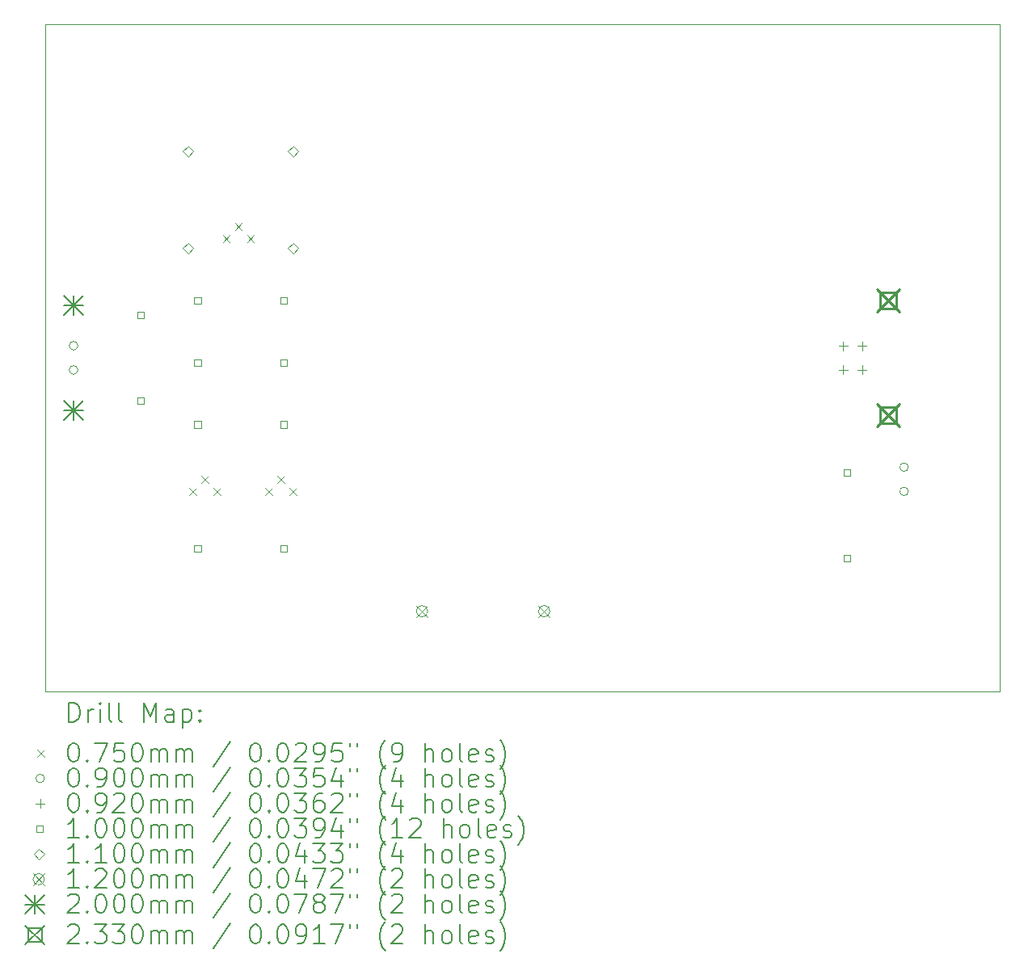
<source format=gbr>
%TF.GenerationSoftware,KiCad,Pcbnew,(6.0.7)*%
%TF.CreationDate,2023-10-27T20:15:15+01:00*%
%TF.ProjectId,slide_tester,736c6964-655f-4746-9573-7465722e6b69,rev?*%
%TF.SameCoordinates,Original*%
%TF.FileFunction,Drillmap*%
%TF.FilePolarity,Positive*%
%FSLAX45Y45*%
G04 Gerber Fmt 4.5, Leading zero omitted, Abs format (unit mm)*
G04 Created by KiCad (PCBNEW (6.0.7)) date 2023-10-27 20:15:15*
%MOMM*%
%LPD*%
G01*
G04 APERTURE LIST*
%ADD10C,0.100000*%
%ADD11C,0.200000*%
%ADD12C,0.075000*%
%ADD13C,0.090000*%
%ADD14C,0.092000*%
%ADD15C,0.110000*%
%ADD16C,0.120000*%
%ADD17C,0.233000*%
G04 APERTURE END LIST*
D10*
X20000000Y-12000000D02*
X10000000Y-12000000D01*
X10000000Y-5000000D01*
X20000000Y-5000000D01*
X20000000Y-12000000D01*
D11*
D12*
X11508500Y-9862500D02*
X11583500Y-9937500D01*
X11583500Y-9862500D02*
X11508500Y-9937500D01*
X11635500Y-9735500D02*
X11710500Y-9810500D01*
X11710500Y-9735500D02*
X11635500Y-9810500D01*
X11762500Y-9862500D02*
X11837500Y-9937500D01*
X11837500Y-9862500D02*
X11762500Y-9937500D01*
X11862500Y-7212500D02*
X11937500Y-7287500D01*
X11937500Y-7212500D02*
X11862500Y-7287500D01*
X11989500Y-7085500D02*
X12064500Y-7160500D01*
X12064500Y-7085500D02*
X11989500Y-7160500D01*
X12116500Y-7212500D02*
X12191500Y-7287500D01*
X12191500Y-7212500D02*
X12116500Y-7287500D01*
X12308500Y-9862500D02*
X12383500Y-9937500D01*
X12383500Y-9862500D02*
X12308500Y-9937500D01*
X12435500Y-9735500D02*
X12510500Y-9810500D01*
X12510500Y-9735500D02*
X12435500Y-9810500D01*
X12562500Y-9862500D02*
X12637500Y-9937500D01*
X12637500Y-9862500D02*
X12562500Y-9937500D01*
D13*
X10345000Y-8372500D02*
G75*
G03*
X10345000Y-8372500I-45000J0D01*
G01*
X10345000Y-8626500D02*
G75*
G03*
X10345000Y-8626500I-45000J0D01*
G01*
X19045000Y-9646000D02*
G75*
G03*
X19045000Y-9646000I-45000J0D01*
G01*
X19045000Y-9900000D02*
G75*
G03*
X19045000Y-9900000I-45000J0D01*
G01*
D14*
X18362000Y-8329000D02*
X18362000Y-8421000D01*
X18316000Y-8375000D02*
X18408000Y-8375000D01*
X18362000Y-8579000D02*
X18362000Y-8671000D01*
X18316000Y-8625000D02*
X18408000Y-8625000D01*
X18562000Y-8329000D02*
X18562000Y-8421000D01*
X18516000Y-8375000D02*
X18608000Y-8375000D01*
X18562000Y-8579000D02*
X18562000Y-8671000D01*
X18516000Y-8625000D02*
X18608000Y-8625000D01*
D10*
X11035356Y-8085356D02*
X11035356Y-8014644D01*
X10964644Y-8014644D01*
X10964644Y-8085356D01*
X11035356Y-8085356D01*
X11035356Y-8985356D02*
X11035356Y-8914644D01*
X10964644Y-8914644D01*
X10964644Y-8985356D01*
X11035356Y-8985356D01*
X11635356Y-7935356D02*
X11635356Y-7864644D01*
X11564644Y-7864644D01*
X11564644Y-7935356D01*
X11635356Y-7935356D01*
X11635356Y-8585356D02*
X11635356Y-8514644D01*
X11564644Y-8514644D01*
X11564644Y-8585356D01*
X11635356Y-8585356D01*
X11635356Y-9235356D02*
X11635356Y-9164644D01*
X11564644Y-9164644D01*
X11564644Y-9235356D01*
X11635356Y-9235356D01*
X11635356Y-10535356D02*
X11635356Y-10464644D01*
X11564644Y-10464644D01*
X11564644Y-10535356D01*
X11635356Y-10535356D01*
X12535356Y-7935356D02*
X12535356Y-7864644D01*
X12464644Y-7864644D01*
X12464644Y-7935356D01*
X12535356Y-7935356D01*
X12535356Y-8585356D02*
X12535356Y-8514644D01*
X12464644Y-8514644D01*
X12464644Y-8585356D01*
X12535356Y-8585356D01*
X12535356Y-9235356D02*
X12535356Y-9164644D01*
X12464644Y-9164644D01*
X12464644Y-9235356D01*
X12535356Y-9235356D01*
X12535356Y-10535356D02*
X12535356Y-10464644D01*
X12464644Y-10464644D01*
X12464644Y-10535356D01*
X12535356Y-10535356D01*
X18435356Y-9735356D02*
X18435356Y-9664644D01*
X18364644Y-9664644D01*
X18364644Y-9735356D01*
X18435356Y-9735356D01*
X18435356Y-10635356D02*
X18435356Y-10564644D01*
X18364644Y-10564644D01*
X18364644Y-10635356D01*
X18435356Y-10635356D01*
D15*
X11500000Y-6389000D02*
X11555000Y-6334000D01*
X11500000Y-6279000D01*
X11445000Y-6334000D01*
X11500000Y-6389000D01*
X11500000Y-7405000D02*
X11555000Y-7350000D01*
X11500000Y-7295000D01*
X11445000Y-7350000D01*
X11500000Y-7405000D01*
X12600000Y-6389000D02*
X12655000Y-6334000D01*
X12600000Y-6279000D01*
X12545000Y-6334000D01*
X12600000Y-6389000D01*
X12600000Y-7405000D02*
X12655000Y-7350000D01*
X12600000Y-7295000D01*
X12545000Y-7350000D01*
X12600000Y-7405000D01*
D16*
X13890000Y-11095750D02*
X14010000Y-11215750D01*
X14010000Y-11095750D02*
X13890000Y-11215750D01*
X14010000Y-11155750D02*
G75*
G03*
X14010000Y-11155750I-60000J0D01*
G01*
X15170000Y-11095750D02*
X15290000Y-11215750D01*
X15290000Y-11095750D02*
X15170000Y-11215750D01*
X15290000Y-11155750D02*
G75*
G03*
X15290000Y-11155750I-60000J0D01*
G01*
D11*
X10200000Y-7850000D02*
X10400000Y-8050000D01*
X10400000Y-7850000D02*
X10200000Y-8050000D01*
X10300000Y-7850000D02*
X10300000Y-8050000D01*
X10200000Y-7950000D02*
X10400000Y-7950000D01*
X10200000Y-8950000D02*
X10400000Y-9150000D01*
X10400000Y-8950000D02*
X10200000Y-9150000D01*
X10300000Y-8950000D02*
X10300000Y-9150000D01*
X10200000Y-9050000D02*
X10400000Y-9050000D01*
D17*
X18716500Y-7781500D02*
X18949500Y-8014500D01*
X18949500Y-7781500D02*
X18716500Y-8014500D01*
X18915379Y-7980379D02*
X18915379Y-7815621D01*
X18750621Y-7815621D01*
X18750621Y-7980379D01*
X18915379Y-7980379D01*
X18716500Y-8985500D02*
X18949500Y-9218500D01*
X18949500Y-8985500D02*
X18716500Y-9218500D01*
X18915379Y-9184379D02*
X18915379Y-9019621D01*
X18750621Y-9019621D01*
X18750621Y-9184379D01*
X18915379Y-9184379D01*
D11*
X10252619Y-12315476D02*
X10252619Y-12115476D01*
X10300238Y-12115476D01*
X10328810Y-12125000D01*
X10347857Y-12144048D01*
X10357381Y-12163095D01*
X10366905Y-12201190D01*
X10366905Y-12229762D01*
X10357381Y-12267857D01*
X10347857Y-12286905D01*
X10328810Y-12305952D01*
X10300238Y-12315476D01*
X10252619Y-12315476D01*
X10452619Y-12315476D02*
X10452619Y-12182143D01*
X10452619Y-12220238D02*
X10462143Y-12201190D01*
X10471667Y-12191667D01*
X10490714Y-12182143D01*
X10509762Y-12182143D01*
X10576429Y-12315476D02*
X10576429Y-12182143D01*
X10576429Y-12115476D02*
X10566905Y-12125000D01*
X10576429Y-12134524D01*
X10585952Y-12125000D01*
X10576429Y-12115476D01*
X10576429Y-12134524D01*
X10700238Y-12315476D02*
X10681190Y-12305952D01*
X10671667Y-12286905D01*
X10671667Y-12115476D01*
X10805000Y-12315476D02*
X10785952Y-12305952D01*
X10776429Y-12286905D01*
X10776429Y-12115476D01*
X11033571Y-12315476D02*
X11033571Y-12115476D01*
X11100238Y-12258333D01*
X11166905Y-12115476D01*
X11166905Y-12315476D01*
X11347857Y-12315476D02*
X11347857Y-12210714D01*
X11338333Y-12191667D01*
X11319286Y-12182143D01*
X11281190Y-12182143D01*
X11262143Y-12191667D01*
X11347857Y-12305952D02*
X11328809Y-12315476D01*
X11281190Y-12315476D01*
X11262143Y-12305952D01*
X11252619Y-12286905D01*
X11252619Y-12267857D01*
X11262143Y-12248809D01*
X11281190Y-12239286D01*
X11328809Y-12239286D01*
X11347857Y-12229762D01*
X11443095Y-12182143D02*
X11443095Y-12382143D01*
X11443095Y-12191667D02*
X11462143Y-12182143D01*
X11500238Y-12182143D01*
X11519286Y-12191667D01*
X11528809Y-12201190D01*
X11538333Y-12220238D01*
X11538333Y-12277381D01*
X11528809Y-12296428D01*
X11519286Y-12305952D01*
X11500238Y-12315476D01*
X11462143Y-12315476D01*
X11443095Y-12305952D01*
X11624048Y-12296428D02*
X11633571Y-12305952D01*
X11624048Y-12315476D01*
X11614524Y-12305952D01*
X11624048Y-12296428D01*
X11624048Y-12315476D01*
X11624048Y-12191667D02*
X11633571Y-12201190D01*
X11624048Y-12210714D01*
X11614524Y-12201190D01*
X11624048Y-12191667D01*
X11624048Y-12210714D01*
D12*
X9920000Y-12607500D02*
X9995000Y-12682500D01*
X9995000Y-12607500D02*
X9920000Y-12682500D01*
D11*
X10290714Y-12535476D02*
X10309762Y-12535476D01*
X10328810Y-12545000D01*
X10338333Y-12554524D01*
X10347857Y-12573571D01*
X10357381Y-12611667D01*
X10357381Y-12659286D01*
X10347857Y-12697381D01*
X10338333Y-12716428D01*
X10328810Y-12725952D01*
X10309762Y-12735476D01*
X10290714Y-12735476D01*
X10271667Y-12725952D01*
X10262143Y-12716428D01*
X10252619Y-12697381D01*
X10243095Y-12659286D01*
X10243095Y-12611667D01*
X10252619Y-12573571D01*
X10262143Y-12554524D01*
X10271667Y-12545000D01*
X10290714Y-12535476D01*
X10443095Y-12716428D02*
X10452619Y-12725952D01*
X10443095Y-12735476D01*
X10433571Y-12725952D01*
X10443095Y-12716428D01*
X10443095Y-12735476D01*
X10519286Y-12535476D02*
X10652619Y-12535476D01*
X10566905Y-12735476D01*
X10824048Y-12535476D02*
X10728810Y-12535476D01*
X10719286Y-12630714D01*
X10728810Y-12621190D01*
X10747857Y-12611667D01*
X10795476Y-12611667D01*
X10814524Y-12621190D01*
X10824048Y-12630714D01*
X10833571Y-12649762D01*
X10833571Y-12697381D01*
X10824048Y-12716428D01*
X10814524Y-12725952D01*
X10795476Y-12735476D01*
X10747857Y-12735476D01*
X10728810Y-12725952D01*
X10719286Y-12716428D01*
X10957381Y-12535476D02*
X10976429Y-12535476D01*
X10995476Y-12545000D01*
X11005000Y-12554524D01*
X11014524Y-12573571D01*
X11024048Y-12611667D01*
X11024048Y-12659286D01*
X11014524Y-12697381D01*
X11005000Y-12716428D01*
X10995476Y-12725952D01*
X10976429Y-12735476D01*
X10957381Y-12735476D01*
X10938333Y-12725952D01*
X10928810Y-12716428D01*
X10919286Y-12697381D01*
X10909762Y-12659286D01*
X10909762Y-12611667D01*
X10919286Y-12573571D01*
X10928810Y-12554524D01*
X10938333Y-12545000D01*
X10957381Y-12535476D01*
X11109762Y-12735476D02*
X11109762Y-12602143D01*
X11109762Y-12621190D02*
X11119286Y-12611667D01*
X11138333Y-12602143D01*
X11166905Y-12602143D01*
X11185952Y-12611667D01*
X11195476Y-12630714D01*
X11195476Y-12735476D01*
X11195476Y-12630714D02*
X11205000Y-12611667D01*
X11224048Y-12602143D01*
X11252619Y-12602143D01*
X11271667Y-12611667D01*
X11281190Y-12630714D01*
X11281190Y-12735476D01*
X11376428Y-12735476D02*
X11376428Y-12602143D01*
X11376428Y-12621190D02*
X11385952Y-12611667D01*
X11405000Y-12602143D01*
X11433571Y-12602143D01*
X11452619Y-12611667D01*
X11462143Y-12630714D01*
X11462143Y-12735476D01*
X11462143Y-12630714D02*
X11471667Y-12611667D01*
X11490714Y-12602143D01*
X11519286Y-12602143D01*
X11538333Y-12611667D01*
X11547857Y-12630714D01*
X11547857Y-12735476D01*
X11938333Y-12525952D02*
X11766905Y-12783095D01*
X12195476Y-12535476D02*
X12214524Y-12535476D01*
X12233571Y-12545000D01*
X12243095Y-12554524D01*
X12252619Y-12573571D01*
X12262143Y-12611667D01*
X12262143Y-12659286D01*
X12252619Y-12697381D01*
X12243095Y-12716428D01*
X12233571Y-12725952D01*
X12214524Y-12735476D01*
X12195476Y-12735476D01*
X12176428Y-12725952D01*
X12166905Y-12716428D01*
X12157381Y-12697381D01*
X12147857Y-12659286D01*
X12147857Y-12611667D01*
X12157381Y-12573571D01*
X12166905Y-12554524D01*
X12176428Y-12545000D01*
X12195476Y-12535476D01*
X12347857Y-12716428D02*
X12357381Y-12725952D01*
X12347857Y-12735476D01*
X12338333Y-12725952D01*
X12347857Y-12716428D01*
X12347857Y-12735476D01*
X12481190Y-12535476D02*
X12500238Y-12535476D01*
X12519286Y-12545000D01*
X12528809Y-12554524D01*
X12538333Y-12573571D01*
X12547857Y-12611667D01*
X12547857Y-12659286D01*
X12538333Y-12697381D01*
X12528809Y-12716428D01*
X12519286Y-12725952D01*
X12500238Y-12735476D01*
X12481190Y-12735476D01*
X12462143Y-12725952D01*
X12452619Y-12716428D01*
X12443095Y-12697381D01*
X12433571Y-12659286D01*
X12433571Y-12611667D01*
X12443095Y-12573571D01*
X12452619Y-12554524D01*
X12462143Y-12545000D01*
X12481190Y-12535476D01*
X12624048Y-12554524D02*
X12633571Y-12545000D01*
X12652619Y-12535476D01*
X12700238Y-12535476D01*
X12719286Y-12545000D01*
X12728809Y-12554524D01*
X12738333Y-12573571D01*
X12738333Y-12592619D01*
X12728809Y-12621190D01*
X12614524Y-12735476D01*
X12738333Y-12735476D01*
X12833571Y-12735476D02*
X12871667Y-12735476D01*
X12890714Y-12725952D01*
X12900238Y-12716428D01*
X12919286Y-12687857D01*
X12928809Y-12649762D01*
X12928809Y-12573571D01*
X12919286Y-12554524D01*
X12909762Y-12545000D01*
X12890714Y-12535476D01*
X12852619Y-12535476D01*
X12833571Y-12545000D01*
X12824048Y-12554524D01*
X12814524Y-12573571D01*
X12814524Y-12621190D01*
X12824048Y-12640238D01*
X12833571Y-12649762D01*
X12852619Y-12659286D01*
X12890714Y-12659286D01*
X12909762Y-12649762D01*
X12919286Y-12640238D01*
X12928809Y-12621190D01*
X13109762Y-12535476D02*
X13014524Y-12535476D01*
X13005000Y-12630714D01*
X13014524Y-12621190D01*
X13033571Y-12611667D01*
X13081190Y-12611667D01*
X13100238Y-12621190D01*
X13109762Y-12630714D01*
X13119286Y-12649762D01*
X13119286Y-12697381D01*
X13109762Y-12716428D01*
X13100238Y-12725952D01*
X13081190Y-12735476D01*
X13033571Y-12735476D01*
X13014524Y-12725952D01*
X13005000Y-12716428D01*
X13195476Y-12535476D02*
X13195476Y-12573571D01*
X13271667Y-12535476D02*
X13271667Y-12573571D01*
X13566905Y-12811667D02*
X13557381Y-12802143D01*
X13538333Y-12773571D01*
X13528809Y-12754524D01*
X13519286Y-12725952D01*
X13509762Y-12678333D01*
X13509762Y-12640238D01*
X13519286Y-12592619D01*
X13528809Y-12564048D01*
X13538333Y-12545000D01*
X13557381Y-12516428D01*
X13566905Y-12506905D01*
X13652619Y-12735476D02*
X13690714Y-12735476D01*
X13709762Y-12725952D01*
X13719286Y-12716428D01*
X13738333Y-12687857D01*
X13747857Y-12649762D01*
X13747857Y-12573571D01*
X13738333Y-12554524D01*
X13728809Y-12545000D01*
X13709762Y-12535476D01*
X13671667Y-12535476D01*
X13652619Y-12545000D01*
X13643095Y-12554524D01*
X13633571Y-12573571D01*
X13633571Y-12621190D01*
X13643095Y-12640238D01*
X13652619Y-12649762D01*
X13671667Y-12659286D01*
X13709762Y-12659286D01*
X13728809Y-12649762D01*
X13738333Y-12640238D01*
X13747857Y-12621190D01*
X13985952Y-12735476D02*
X13985952Y-12535476D01*
X14071667Y-12735476D02*
X14071667Y-12630714D01*
X14062143Y-12611667D01*
X14043095Y-12602143D01*
X14014524Y-12602143D01*
X13995476Y-12611667D01*
X13985952Y-12621190D01*
X14195476Y-12735476D02*
X14176428Y-12725952D01*
X14166905Y-12716428D01*
X14157381Y-12697381D01*
X14157381Y-12640238D01*
X14166905Y-12621190D01*
X14176428Y-12611667D01*
X14195476Y-12602143D01*
X14224048Y-12602143D01*
X14243095Y-12611667D01*
X14252619Y-12621190D01*
X14262143Y-12640238D01*
X14262143Y-12697381D01*
X14252619Y-12716428D01*
X14243095Y-12725952D01*
X14224048Y-12735476D01*
X14195476Y-12735476D01*
X14376428Y-12735476D02*
X14357381Y-12725952D01*
X14347857Y-12706905D01*
X14347857Y-12535476D01*
X14528809Y-12725952D02*
X14509762Y-12735476D01*
X14471667Y-12735476D01*
X14452619Y-12725952D01*
X14443095Y-12706905D01*
X14443095Y-12630714D01*
X14452619Y-12611667D01*
X14471667Y-12602143D01*
X14509762Y-12602143D01*
X14528809Y-12611667D01*
X14538333Y-12630714D01*
X14538333Y-12649762D01*
X14443095Y-12668809D01*
X14614524Y-12725952D02*
X14633571Y-12735476D01*
X14671667Y-12735476D01*
X14690714Y-12725952D01*
X14700238Y-12706905D01*
X14700238Y-12697381D01*
X14690714Y-12678333D01*
X14671667Y-12668809D01*
X14643095Y-12668809D01*
X14624048Y-12659286D01*
X14614524Y-12640238D01*
X14614524Y-12630714D01*
X14624048Y-12611667D01*
X14643095Y-12602143D01*
X14671667Y-12602143D01*
X14690714Y-12611667D01*
X14766905Y-12811667D02*
X14776428Y-12802143D01*
X14795476Y-12773571D01*
X14805000Y-12754524D01*
X14814524Y-12725952D01*
X14824048Y-12678333D01*
X14824048Y-12640238D01*
X14814524Y-12592619D01*
X14805000Y-12564048D01*
X14795476Y-12545000D01*
X14776428Y-12516428D01*
X14766905Y-12506905D01*
D13*
X9995000Y-12909000D02*
G75*
G03*
X9995000Y-12909000I-45000J0D01*
G01*
D11*
X10290714Y-12799476D02*
X10309762Y-12799476D01*
X10328810Y-12809000D01*
X10338333Y-12818524D01*
X10347857Y-12837571D01*
X10357381Y-12875667D01*
X10357381Y-12923286D01*
X10347857Y-12961381D01*
X10338333Y-12980428D01*
X10328810Y-12989952D01*
X10309762Y-12999476D01*
X10290714Y-12999476D01*
X10271667Y-12989952D01*
X10262143Y-12980428D01*
X10252619Y-12961381D01*
X10243095Y-12923286D01*
X10243095Y-12875667D01*
X10252619Y-12837571D01*
X10262143Y-12818524D01*
X10271667Y-12809000D01*
X10290714Y-12799476D01*
X10443095Y-12980428D02*
X10452619Y-12989952D01*
X10443095Y-12999476D01*
X10433571Y-12989952D01*
X10443095Y-12980428D01*
X10443095Y-12999476D01*
X10547857Y-12999476D02*
X10585952Y-12999476D01*
X10605000Y-12989952D01*
X10614524Y-12980428D01*
X10633571Y-12951857D01*
X10643095Y-12913762D01*
X10643095Y-12837571D01*
X10633571Y-12818524D01*
X10624048Y-12809000D01*
X10605000Y-12799476D01*
X10566905Y-12799476D01*
X10547857Y-12809000D01*
X10538333Y-12818524D01*
X10528810Y-12837571D01*
X10528810Y-12885190D01*
X10538333Y-12904238D01*
X10547857Y-12913762D01*
X10566905Y-12923286D01*
X10605000Y-12923286D01*
X10624048Y-12913762D01*
X10633571Y-12904238D01*
X10643095Y-12885190D01*
X10766905Y-12799476D02*
X10785952Y-12799476D01*
X10805000Y-12809000D01*
X10814524Y-12818524D01*
X10824048Y-12837571D01*
X10833571Y-12875667D01*
X10833571Y-12923286D01*
X10824048Y-12961381D01*
X10814524Y-12980428D01*
X10805000Y-12989952D01*
X10785952Y-12999476D01*
X10766905Y-12999476D01*
X10747857Y-12989952D01*
X10738333Y-12980428D01*
X10728810Y-12961381D01*
X10719286Y-12923286D01*
X10719286Y-12875667D01*
X10728810Y-12837571D01*
X10738333Y-12818524D01*
X10747857Y-12809000D01*
X10766905Y-12799476D01*
X10957381Y-12799476D02*
X10976429Y-12799476D01*
X10995476Y-12809000D01*
X11005000Y-12818524D01*
X11014524Y-12837571D01*
X11024048Y-12875667D01*
X11024048Y-12923286D01*
X11014524Y-12961381D01*
X11005000Y-12980428D01*
X10995476Y-12989952D01*
X10976429Y-12999476D01*
X10957381Y-12999476D01*
X10938333Y-12989952D01*
X10928810Y-12980428D01*
X10919286Y-12961381D01*
X10909762Y-12923286D01*
X10909762Y-12875667D01*
X10919286Y-12837571D01*
X10928810Y-12818524D01*
X10938333Y-12809000D01*
X10957381Y-12799476D01*
X11109762Y-12999476D02*
X11109762Y-12866143D01*
X11109762Y-12885190D02*
X11119286Y-12875667D01*
X11138333Y-12866143D01*
X11166905Y-12866143D01*
X11185952Y-12875667D01*
X11195476Y-12894714D01*
X11195476Y-12999476D01*
X11195476Y-12894714D02*
X11205000Y-12875667D01*
X11224048Y-12866143D01*
X11252619Y-12866143D01*
X11271667Y-12875667D01*
X11281190Y-12894714D01*
X11281190Y-12999476D01*
X11376428Y-12999476D02*
X11376428Y-12866143D01*
X11376428Y-12885190D02*
X11385952Y-12875667D01*
X11405000Y-12866143D01*
X11433571Y-12866143D01*
X11452619Y-12875667D01*
X11462143Y-12894714D01*
X11462143Y-12999476D01*
X11462143Y-12894714D02*
X11471667Y-12875667D01*
X11490714Y-12866143D01*
X11519286Y-12866143D01*
X11538333Y-12875667D01*
X11547857Y-12894714D01*
X11547857Y-12999476D01*
X11938333Y-12789952D02*
X11766905Y-13047095D01*
X12195476Y-12799476D02*
X12214524Y-12799476D01*
X12233571Y-12809000D01*
X12243095Y-12818524D01*
X12252619Y-12837571D01*
X12262143Y-12875667D01*
X12262143Y-12923286D01*
X12252619Y-12961381D01*
X12243095Y-12980428D01*
X12233571Y-12989952D01*
X12214524Y-12999476D01*
X12195476Y-12999476D01*
X12176428Y-12989952D01*
X12166905Y-12980428D01*
X12157381Y-12961381D01*
X12147857Y-12923286D01*
X12147857Y-12875667D01*
X12157381Y-12837571D01*
X12166905Y-12818524D01*
X12176428Y-12809000D01*
X12195476Y-12799476D01*
X12347857Y-12980428D02*
X12357381Y-12989952D01*
X12347857Y-12999476D01*
X12338333Y-12989952D01*
X12347857Y-12980428D01*
X12347857Y-12999476D01*
X12481190Y-12799476D02*
X12500238Y-12799476D01*
X12519286Y-12809000D01*
X12528809Y-12818524D01*
X12538333Y-12837571D01*
X12547857Y-12875667D01*
X12547857Y-12923286D01*
X12538333Y-12961381D01*
X12528809Y-12980428D01*
X12519286Y-12989952D01*
X12500238Y-12999476D01*
X12481190Y-12999476D01*
X12462143Y-12989952D01*
X12452619Y-12980428D01*
X12443095Y-12961381D01*
X12433571Y-12923286D01*
X12433571Y-12875667D01*
X12443095Y-12837571D01*
X12452619Y-12818524D01*
X12462143Y-12809000D01*
X12481190Y-12799476D01*
X12614524Y-12799476D02*
X12738333Y-12799476D01*
X12671667Y-12875667D01*
X12700238Y-12875667D01*
X12719286Y-12885190D01*
X12728809Y-12894714D01*
X12738333Y-12913762D01*
X12738333Y-12961381D01*
X12728809Y-12980428D01*
X12719286Y-12989952D01*
X12700238Y-12999476D01*
X12643095Y-12999476D01*
X12624048Y-12989952D01*
X12614524Y-12980428D01*
X12919286Y-12799476D02*
X12824048Y-12799476D01*
X12814524Y-12894714D01*
X12824048Y-12885190D01*
X12843095Y-12875667D01*
X12890714Y-12875667D01*
X12909762Y-12885190D01*
X12919286Y-12894714D01*
X12928809Y-12913762D01*
X12928809Y-12961381D01*
X12919286Y-12980428D01*
X12909762Y-12989952D01*
X12890714Y-12999476D01*
X12843095Y-12999476D01*
X12824048Y-12989952D01*
X12814524Y-12980428D01*
X13100238Y-12866143D02*
X13100238Y-12999476D01*
X13052619Y-12789952D02*
X13005000Y-12932809D01*
X13128809Y-12932809D01*
X13195476Y-12799476D02*
X13195476Y-12837571D01*
X13271667Y-12799476D02*
X13271667Y-12837571D01*
X13566905Y-13075667D02*
X13557381Y-13066143D01*
X13538333Y-13037571D01*
X13528809Y-13018524D01*
X13519286Y-12989952D01*
X13509762Y-12942333D01*
X13509762Y-12904238D01*
X13519286Y-12856619D01*
X13528809Y-12828048D01*
X13538333Y-12809000D01*
X13557381Y-12780428D01*
X13566905Y-12770905D01*
X13728809Y-12866143D02*
X13728809Y-12999476D01*
X13681190Y-12789952D02*
X13633571Y-12932809D01*
X13757381Y-12932809D01*
X13985952Y-12999476D02*
X13985952Y-12799476D01*
X14071667Y-12999476D02*
X14071667Y-12894714D01*
X14062143Y-12875667D01*
X14043095Y-12866143D01*
X14014524Y-12866143D01*
X13995476Y-12875667D01*
X13985952Y-12885190D01*
X14195476Y-12999476D02*
X14176428Y-12989952D01*
X14166905Y-12980428D01*
X14157381Y-12961381D01*
X14157381Y-12904238D01*
X14166905Y-12885190D01*
X14176428Y-12875667D01*
X14195476Y-12866143D01*
X14224048Y-12866143D01*
X14243095Y-12875667D01*
X14252619Y-12885190D01*
X14262143Y-12904238D01*
X14262143Y-12961381D01*
X14252619Y-12980428D01*
X14243095Y-12989952D01*
X14224048Y-12999476D01*
X14195476Y-12999476D01*
X14376428Y-12999476D02*
X14357381Y-12989952D01*
X14347857Y-12970905D01*
X14347857Y-12799476D01*
X14528809Y-12989952D02*
X14509762Y-12999476D01*
X14471667Y-12999476D01*
X14452619Y-12989952D01*
X14443095Y-12970905D01*
X14443095Y-12894714D01*
X14452619Y-12875667D01*
X14471667Y-12866143D01*
X14509762Y-12866143D01*
X14528809Y-12875667D01*
X14538333Y-12894714D01*
X14538333Y-12913762D01*
X14443095Y-12932809D01*
X14614524Y-12989952D02*
X14633571Y-12999476D01*
X14671667Y-12999476D01*
X14690714Y-12989952D01*
X14700238Y-12970905D01*
X14700238Y-12961381D01*
X14690714Y-12942333D01*
X14671667Y-12932809D01*
X14643095Y-12932809D01*
X14624048Y-12923286D01*
X14614524Y-12904238D01*
X14614524Y-12894714D01*
X14624048Y-12875667D01*
X14643095Y-12866143D01*
X14671667Y-12866143D01*
X14690714Y-12875667D01*
X14766905Y-13075667D02*
X14776428Y-13066143D01*
X14795476Y-13037571D01*
X14805000Y-13018524D01*
X14814524Y-12989952D01*
X14824048Y-12942333D01*
X14824048Y-12904238D01*
X14814524Y-12856619D01*
X14805000Y-12828048D01*
X14795476Y-12809000D01*
X14776428Y-12780428D01*
X14766905Y-12770905D01*
D14*
X9949000Y-13127000D02*
X9949000Y-13219000D01*
X9903000Y-13173000D02*
X9995000Y-13173000D01*
D11*
X10290714Y-13063476D02*
X10309762Y-13063476D01*
X10328810Y-13073000D01*
X10338333Y-13082524D01*
X10347857Y-13101571D01*
X10357381Y-13139667D01*
X10357381Y-13187286D01*
X10347857Y-13225381D01*
X10338333Y-13244428D01*
X10328810Y-13253952D01*
X10309762Y-13263476D01*
X10290714Y-13263476D01*
X10271667Y-13253952D01*
X10262143Y-13244428D01*
X10252619Y-13225381D01*
X10243095Y-13187286D01*
X10243095Y-13139667D01*
X10252619Y-13101571D01*
X10262143Y-13082524D01*
X10271667Y-13073000D01*
X10290714Y-13063476D01*
X10443095Y-13244428D02*
X10452619Y-13253952D01*
X10443095Y-13263476D01*
X10433571Y-13253952D01*
X10443095Y-13244428D01*
X10443095Y-13263476D01*
X10547857Y-13263476D02*
X10585952Y-13263476D01*
X10605000Y-13253952D01*
X10614524Y-13244428D01*
X10633571Y-13215857D01*
X10643095Y-13177762D01*
X10643095Y-13101571D01*
X10633571Y-13082524D01*
X10624048Y-13073000D01*
X10605000Y-13063476D01*
X10566905Y-13063476D01*
X10547857Y-13073000D01*
X10538333Y-13082524D01*
X10528810Y-13101571D01*
X10528810Y-13149190D01*
X10538333Y-13168238D01*
X10547857Y-13177762D01*
X10566905Y-13187286D01*
X10605000Y-13187286D01*
X10624048Y-13177762D01*
X10633571Y-13168238D01*
X10643095Y-13149190D01*
X10719286Y-13082524D02*
X10728810Y-13073000D01*
X10747857Y-13063476D01*
X10795476Y-13063476D01*
X10814524Y-13073000D01*
X10824048Y-13082524D01*
X10833571Y-13101571D01*
X10833571Y-13120619D01*
X10824048Y-13149190D01*
X10709762Y-13263476D01*
X10833571Y-13263476D01*
X10957381Y-13063476D02*
X10976429Y-13063476D01*
X10995476Y-13073000D01*
X11005000Y-13082524D01*
X11014524Y-13101571D01*
X11024048Y-13139667D01*
X11024048Y-13187286D01*
X11014524Y-13225381D01*
X11005000Y-13244428D01*
X10995476Y-13253952D01*
X10976429Y-13263476D01*
X10957381Y-13263476D01*
X10938333Y-13253952D01*
X10928810Y-13244428D01*
X10919286Y-13225381D01*
X10909762Y-13187286D01*
X10909762Y-13139667D01*
X10919286Y-13101571D01*
X10928810Y-13082524D01*
X10938333Y-13073000D01*
X10957381Y-13063476D01*
X11109762Y-13263476D02*
X11109762Y-13130143D01*
X11109762Y-13149190D02*
X11119286Y-13139667D01*
X11138333Y-13130143D01*
X11166905Y-13130143D01*
X11185952Y-13139667D01*
X11195476Y-13158714D01*
X11195476Y-13263476D01*
X11195476Y-13158714D02*
X11205000Y-13139667D01*
X11224048Y-13130143D01*
X11252619Y-13130143D01*
X11271667Y-13139667D01*
X11281190Y-13158714D01*
X11281190Y-13263476D01*
X11376428Y-13263476D02*
X11376428Y-13130143D01*
X11376428Y-13149190D02*
X11385952Y-13139667D01*
X11405000Y-13130143D01*
X11433571Y-13130143D01*
X11452619Y-13139667D01*
X11462143Y-13158714D01*
X11462143Y-13263476D01*
X11462143Y-13158714D02*
X11471667Y-13139667D01*
X11490714Y-13130143D01*
X11519286Y-13130143D01*
X11538333Y-13139667D01*
X11547857Y-13158714D01*
X11547857Y-13263476D01*
X11938333Y-13053952D02*
X11766905Y-13311095D01*
X12195476Y-13063476D02*
X12214524Y-13063476D01*
X12233571Y-13073000D01*
X12243095Y-13082524D01*
X12252619Y-13101571D01*
X12262143Y-13139667D01*
X12262143Y-13187286D01*
X12252619Y-13225381D01*
X12243095Y-13244428D01*
X12233571Y-13253952D01*
X12214524Y-13263476D01*
X12195476Y-13263476D01*
X12176428Y-13253952D01*
X12166905Y-13244428D01*
X12157381Y-13225381D01*
X12147857Y-13187286D01*
X12147857Y-13139667D01*
X12157381Y-13101571D01*
X12166905Y-13082524D01*
X12176428Y-13073000D01*
X12195476Y-13063476D01*
X12347857Y-13244428D02*
X12357381Y-13253952D01*
X12347857Y-13263476D01*
X12338333Y-13253952D01*
X12347857Y-13244428D01*
X12347857Y-13263476D01*
X12481190Y-13063476D02*
X12500238Y-13063476D01*
X12519286Y-13073000D01*
X12528809Y-13082524D01*
X12538333Y-13101571D01*
X12547857Y-13139667D01*
X12547857Y-13187286D01*
X12538333Y-13225381D01*
X12528809Y-13244428D01*
X12519286Y-13253952D01*
X12500238Y-13263476D01*
X12481190Y-13263476D01*
X12462143Y-13253952D01*
X12452619Y-13244428D01*
X12443095Y-13225381D01*
X12433571Y-13187286D01*
X12433571Y-13139667D01*
X12443095Y-13101571D01*
X12452619Y-13082524D01*
X12462143Y-13073000D01*
X12481190Y-13063476D01*
X12614524Y-13063476D02*
X12738333Y-13063476D01*
X12671667Y-13139667D01*
X12700238Y-13139667D01*
X12719286Y-13149190D01*
X12728809Y-13158714D01*
X12738333Y-13177762D01*
X12738333Y-13225381D01*
X12728809Y-13244428D01*
X12719286Y-13253952D01*
X12700238Y-13263476D01*
X12643095Y-13263476D01*
X12624048Y-13253952D01*
X12614524Y-13244428D01*
X12909762Y-13063476D02*
X12871667Y-13063476D01*
X12852619Y-13073000D01*
X12843095Y-13082524D01*
X12824048Y-13111095D01*
X12814524Y-13149190D01*
X12814524Y-13225381D01*
X12824048Y-13244428D01*
X12833571Y-13253952D01*
X12852619Y-13263476D01*
X12890714Y-13263476D01*
X12909762Y-13253952D01*
X12919286Y-13244428D01*
X12928809Y-13225381D01*
X12928809Y-13177762D01*
X12919286Y-13158714D01*
X12909762Y-13149190D01*
X12890714Y-13139667D01*
X12852619Y-13139667D01*
X12833571Y-13149190D01*
X12824048Y-13158714D01*
X12814524Y-13177762D01*
X13005000Y-13082524D02*
X13014524Y-13073000D01*
X13033571Y-13063476D01*
X13081190Y-13063476D01*
X13100238Y-13073000D01*
X13109762Y-13082524D01*
X13119286Y-13101571D01*
X13119286Y-13120619D01*
X13109762Y-13149190D01*
X12995476Y-13263476D01*
X13119286Y-13263476D01*
X13195476Y-13063476D02*
X13195476Y-13101571D01*
X13271667Y-13063476D02*
X13271667Y-13101571D01*
X13566905Y-13339667D02*
X13557381Y-13330143D01*
X13538333Y-13301571D01*
X13528809Y-13282524D01*
X13519286Y-13253952D01*
X13509762Y-13206333D01*
X13509762Y-13168238D01*
X13519286Y-13120619D01*
X13528809Y-13092048D01*
X13538333Y-13073000D01*
X13557381Y-13044428D01*
X13566905Y-13034905D01*
X13728809Y-13130143D02*
X13728809Y-13263476D01*
X13681190Y-13053952D02*
X13633571Y-13196809D01*
X13757381Y-13196809D01*
X13985952Y-13263476D02*
X13985952Y-13063476D01*
X14071667Y-13263476D02*
X14071667Y-13158714D01*
X14062143Y-13139667D01*
X14043095Y-13130143D01*
X14014524Y-13130143D01*
X13995476Y-13139667D01*
X13985952Y-13149190D01*
X14195476Y-13263476D02*
X14176428Y-13253952D01*
X14166905Y-13244428D01*
X14157381Y-13225381D01*
X14157381Y-13168238D01*
X14166905Y-13149190D01*
X14176428Y-13139667D01*
X14195476Y-13130143D01*
X14224048Y-13130143D01*
X14243095Y-13139667D01*
X14252619Y-13149190D01*
X14262143Y-13168238D01*
X14262143Y-13225381D01*
X14252619Y-13244428D01*
X14243095Y-13253952D01*
X14224048Y-13263476D01*
X14195476Y-13263476D01*
X14376428Y-13263476D02*
X14357381Y-13253952D01*
X14347857Y-13234905D01*
X14347857Y-13063476D01*
X14528809Y-13253952D02*
X14509762Y-13263476D01*
X14471667Y-13263476D01*
X14452619Y-13253952D01*
X14443095Y-13234905D01*
X14443095Y-13158714D01*
X14452619Y-13139667D01*
X14471667Y-13130143D01*
X14509762Y-13130143D01*
X14528809Y-13139667D01*
X14538333Y-13158714D01*
X14538333Y-13177762D01*
X14443095Y-13196809D01*
X14614524Y-13253952D02*
X14633571Y-13263476D01*
X14671667Y-13263476D01*
X14690714Y-13253952D01*
X14700238Y-13234905D01*
X14700238Y-13225381D01*
X14690714Y-13206333D01*
X14671667Y-13196809D01*
X14643095Y-13196809D01*
X14624048Y-13187286D01*
X14614524Y-13168238D01*
X14614524Y-13158714D01*
X14624048Y-13139667D01*
X14643095Y-13130143D01*
X14671667Y-13130143D01*
X14690714Y-13139667D01*
X14766905Y-13339667D02*
X14776428Y-13330143D01*
X14795476Y-13301571D01*
X14805000Y-13282524D01*
X14814524Y-13253952D01*
X14824048Y-13206333D01*
X14824048Y-13168238D01*
X14814524Y-13120619D01*
X14805000Y-13092048D01*
X14795476Y-13073000D01*
X14776428Y-13044428D01*
X14766905Y-13034905D01*
D10*
X9980356Y-13472356D02*
X9980356Y-13401644D01*
X9909644Y-13401644D01*
X9909644Y-13472356D01*
X9980356Y-13472356D01*
D11*
X10357381Y-13527476D02*
X10243095Y-13527476D01*
X10300238Y-13527476D02*
X10300238Y-13327476D01*
X10281190Y-13356048D01*
X10262143Y-13375095D01*
X10243095Y-13384619D01*
X10443095Y-13508428D02*
X10452619Y-13517952D01*
X10443095Y-13527476D01*
X10433571Y-13517952D01*
X10443095Y-13508428D01*
X10443095Y-13527476D01*
X10576429Y-13327476D02*
X10595476Y-13327476D01*
X10614524Y-13337000D01*
X10624048Y-13346524D01*
X10633571Y-13365571D01*
X10643095Y-13403667D01*
X10643095Y-13451286D01*
X10633571Y-13489381D01*
X10624048Y-13508428D01*
X10614524Y-13517952D01*
X10595476Y-13527476D01*
X10576429Y-13527476D01*
X10557381Y-13517952D01*
X10547857Y-13508428D01*
X10538333Y-13489381D01*
X10528810Y-13451286D01*
X10528810Y-13403667D01*
X10538333Y-13365571D01*
X10547857Y-13346524D01*
X10557381Y-13337000D01*
X10576429Y-13327476D01*
X10766905Y-13327476D02*
X10785952Y-13327476D01*
X10805000Y-13337000D01*
X10814524Y-13346524D01*
X10824048Y-13365571D01*
X10833571Y-13403667D01*
X10833571Y-13451286D01*
X10824048Y-13489381D01*
X10814524Y-13508428D01*
X10805000Y-13517952D01*
X10785952Y-13527476D01*
X10766905Y-13527476D01*
X10747857Y-13517952D01*
X10738333Y-13508428D01*
X10728810Y-13489381D01*
X10719286Y-13451286D01*
X10719286Y-13403667D01*
X10728810Y-13365571D01*
X10738333Y-13346524D01*
X10747857Y-13337000D01*
X10766905Y-13327476D01*
X10957381Y-13327476D02*
X10976429Y-13327476D01*
X10995476Y-13337000D01*
X11005000Y-13346524D01*
X11014524Y-13365571D01*
X11024048Y-13403667D01*
X11024048Y-13451286D01*
X11014524Y-13489381D01*
X11005000Y-13508428D01*
X10995476Y-13517952D01*
X10976429Y-13527476D01*
X10957381Y-13527476D01*
X10938333Y-13517952D01*
X10928810Y-13508428D01*
X10919286Y-13489381D01*
X10909762Y-13451286D01*
X10909762Y-13403667D01*
X10919286Y-13365571D01*
X10928810Y-13346524D01*
X10938333Y-13337000D01*
X10957381Y-13327476D01*
X11109762Y-13527476D02*
X11109762Y-13394143D01*
X11109762Y-13413190D02*
X11119286Y-13403667D01*
X11138333Y-13394143D01*
X11166905Y-13394143D01*
X11185952Y-13403667D01*
X11195476Y-13422714D01*
X11195476Y-13527476D01*
X11195476Y-13422714D02*
X11205000Y-13403667D01*
X11224048Y-13394143D01*
X11252619Y-13394143D01*
X11271667Y-13403667D01*
X11281190Y-13422714D01*
X11281190Y-13527476D01*
X11376428Y-13527476D02*
X11376428Y-13394143D01*
X11376428Y-13413190D02*
X11385952Y-13403667D01*
X11405000Y-13394143D01*
X11433571Y-13394143D01*
X11452619Y-13403667D01*
X11462143Y-13422714D01*
X11462143Y-13527476D01*
X11462143Y-13422714D02*
X11471667Y-13403667D01*
X11490714Y-13394143D01*
X11519286Y-13394143D01*
X11538333Y-13403667D01*
X11547857Y-13422714D01*
X11547857Y-13527476D01*
X11938333Y-13317952D02*
X11766905Y-13575095D01*
X12195476Y-13327476D02*
X12214524Y-13327476D01*
X12233571Y-13337000D01*
X12243095Y-13346524D01*
X12252619Y-13365571D01*
X12262143Y-13403667D01*
X12262143Y-13451286D01*
X12252619Y-13489381D01*
X12243095Y-13508428D01*
X12233571Y-13517952D01*
X12214524Y-13527476D01*
X12195476Y-13527476D01*
X12176428Y-13517952D01*
X12166905Y-13508428D01*
X12157381Y-13489381D01*
X12147857Y-13451286D01*
X12147857Y-13403667D01*
X12157381Y-13365571D01*
X12166905Y-13346524D01*
X12176428Y-13337000D01*
X12195476Y-13327476D01*
X12347857Y-13508428D02*
X12357381Y-13517952D01*
X12347857Y-13527476D01*
X12338333Y-13517952D01*
X12347857Y-13508428D01*
X12347857Y-13527476D01*
X12481190Y-13327476D02*
X12500238Y-13327476D01*
X12519286Y-13337000D01*
X12528809Y-13346524D01*
X12538333Y-13365571D01*
X12547857Y-13403667D01*
X12547857Y-13451286D01*
X12538333Y-13489381D01*
X12528809Y-13508428D01*
X12519286Y-13517952D01*
X12500238Y-13527476D01*
X12481190Y-13527476D01*
X12462143Y-13517952D01*
X12452619Y-13508428D01*
X12443095Y-13489381D01*
X12433571Y-13451286D01*
X12433571Y-13403667D01*
X12443095Y-13365571D01*
X12452619Y-13346524D01*
X12462143Y-13337000D01*
X12481190Y-13327476D01*
X12614524Y-13327476D02*
X12738333Y-13327476D01*
X12671667Y-13403667D01*
X12700238Y-13403667D01*
X12719286Y-13413190D01*
X12728809Y-13422714D01*
X12738333Y-13441762D01*
X12738333Y-13489381D01*
X12728809Y-13508428D01*
X12719286Y-13517952D01*
X12700238Y-13527476D01*
X12643095Y-13527476D01*
X12624048Y-13517952D01*
X12614524Y-13508428D01*
X12833571Y-13527476D02*
X12871667Y-13527476D01*
X12890714Y-13517952D01*
X12900238Y-13508428D01*
X12919286Y-13479857D01*
X12928809Y-13441762D01*
X12928809Y-13365571D01*
X12919286Y-13346524D01*
X12909762Y-13337000D01*
X12890714Y-13327476D01*
X12852619Y-13327476D01*
X12833571Y-13337000D01*
X12824048Y-13346524D01*
X12814524Y-13365571D01*
X12814524Y-13413190D01*
X12824048Y-13432238D01*
X12833571Y-13441762D01*
X12852619Y-13451286D01*
X12890714Y-13451286D01*
X12909762Y-13441762D01*
X12919286Y-13432238D01*
X12928809Y-13413190D01*
X13100238Y-13394143D02*
X13100238Y-13527476D01*
X13052619Y-13317952D02*
X13005000Y-13460809D01*
X13128809Y-13460809D01*
X13195476Y-13327476D02*
X13195476Y-13365571D01*
X13271667Y-13327476D02*
X13271667Y-13365571D01*
X13566905Y-13603667D02*
X13557381Y-13594143D01*
X13538333Y-13565571D01*
X13528809Y-13546524D01*
X13519286Y-13517952D01*
X13509762Y-13470333D01*
X13509762Y-13432238D01*
X13519286Y-13384619D01*
X13528809Y-13356048D01*
X13538333Y-13337000D01*
X13557381Y-13308428D01*
X13566905Y-13298905D01*
X13747857Y-13527476D02*
X13633571Y-13527476D01*
X13690714Y-13527476D02*
X13690714Y-13327476D01*
X13671667Y-13356048D01*
X13652619Y-13375095D01*
X13633571Y-13384619D01*
X13824048Y-13346524D02*
X13833571Y-13337000D01*
X13852619Y-13327476D01*
X13900238Y-13327476D01*
X13919286Y-13337000D01*
X13928809Y-13346524D01*
X13938333Y-13365571D01*
X13938333Y-13384619D01*
X13928809Y-13413190D01*
X13814524Y-13527476D01*
X13938333Y-13527476D01*
X14176428Y-13527476D02*
X14176428Y-13327476D01*
X14262143Y-13527476D02*
X14262143Y-13422714D01*
X14252619Y-13403667D01*
X14233571Y-13394143D01*
X14205000Y-13394143D01*
X14185952Y-13403667D01*
X14176428Y-13413190D01*
X14385952Y-13527476D02*
X14366905Y-13517952D01*
X14357381Y-13508428D01*
X14347857Y-13489381D01*
X14347857Y-13432238D01*
X14357381Y-13413190D01*
X14366905Y-13403667D01*
X14385952Y-13394143D01*
X14414524Y-13394143D01*
X14433571Y-13403667D01*
X14443095Y-13413190D01*
X14452619Y-13432238D01*
X14452619Y-13489381D01*
X14443095Y-13508428D01*
X14433571Y-13517952D01*
X14414524Y-13527476D01*
X14385952Y-13527476D01*
X14566905Y-13527476D02*
X14547857Y-13517952D01*
X14538333Y-13498905D01*
X14538333Y-13327476D01*
X14719286Y-13517952D02*
X14700238Y-13527476D01*
X14662143Y-13527476D01*
X14643095Y-13517952D01*
X14633571Y-13498905D01*
X14633571Y-13422714D01*
X14643095Y-13403667D01*
X14662143Y-13394143D01*
X14700238Y-13394143D01*
X14719286Y-13403667D01*
X14728809Y-13422714D01*
X14728809Y-13441762D01*
X14633571Y-13460809D01*
X14805000Y-13517952D02*
X14824048Y-13527476D01*
X14862143Y-13527476D01*
X14881190Y-13517952D01*
X14890714Y-13498905D01*
X14890714Y-13489381D01*
X14881190Y-13470333D01*
X14862143Y-13460809D01*
X14833571Y-13460809D01*
X14814524Y-13451286D01*
X14805000Y-13432238D01*
X14805000Y-13422714D01*
X14814524Y-13403667D01*
X14833571Y-13394143D01*
X14862143Y-13394143D01*
X14881190Y-13403667D01*
X14957381Y-13603667D02*
X14966905Y-13594143D01*
X14985952Y-13565571D01*
X14995476Y-13546524D01*
X15005000Y-13517952D01*
X15014524Y-13470333D01*
X15014524Y-13432238D01*
X15005000Y-13384619D01*
X14995476Y-13356048D01*
X14985952Y-13337000D01*
X14966905Y-13308428D01*
X14957381Y-13298905D01*
D15*
X9940000Y-13756000D02*
X9995000Y-13701000D01*
X9940000Y-13646000D01*
X9885000Y-13701000D01*
X9940000Y-13756000D01*
D11*
X10357381Y-13791476D02*
X10243095Y-13791476D01*
X10300238Y-13791476D02*
X10300238Y-13591476D01*
X10281190Y-13620048D01*
X10262143Y-13639095D01*
X10243095Y-13648619D01*
X10443095Y-13772428D02*
X10452619Y-13781952D01*
X10443095Y-13791476D01*
X10433571Y-13781952D01*
X10443095Y-13772428D01*
X10443095Y-13791476D01*
X10643095Y-13791476D02*
X10528810Y-13791476D01*
X10585952Y-13791476D02*
X10585952Y-13591476D01*
X10566905Y-13620048D01*
X10547857Y-13639095D01*
X10528810Y-13648619D01*
X10766905Y-13591476D02*
X10785952Y-13591476D01*
X10805000Y-13601000D01*
X10814524Y-13610524D01*
X10824048Y-13629571D01*
X10833571Y-13667667D01*
X10833571Y-13715286D01*
X10824048Y-13753381D01*
X10814524Y-13772428D01*
X10805000Y-13781952D01*
X10785952Y-13791476D01*
X10766905Y-13791476D01*
X10747857Y-13781952D01*
X10738333Y-13772428D01*
X10728810Y-13753381D01*
X10719286Y-13715286D01*
X10719286Y-13667667D01*
X10728810Y-13629571D01*
X10738333Y-13610524D01*
X10747857Y-13601000D01*
X10766905Y-13591476D01*
X10957381Y-13591476D02*
X10976429Y-13591476D01*
X10995476Y-13601000D01*
X11005000Y-13610524D01*
X11014524Y-13629571D01*
X11024048Y-13667667D01*
X11024048Y-13715286D01*
X11014524Y-13753381D01*
X11005000Y-13772428D01*
X10995476Y-13781952D01*
X10976429Y-13791476D01*
X10957381Y-13791476D01*
X10938333Y-13781952D01*
X10928810Y-13772428D01*
X10919286Y-13753381D01*
X10909762Y-13715286D01*
X10909762Y-13667667D01*
X10919286Y-13629571D01*
X10928810Y-13610524D01*
X10938333Y-13601000D01*
X10957381Y-13591476D01*
X11109762Y-13791476D02*
X11109762Y-13658143D01*
X11109762Y-13677190D02*
X11119286Y-13667667D01*
X11138333Y-13658143D01*
X11166905Y-13658143D01*
X11185952Y-13667667D01*
X11195476Y-13686714D01*
X11195476Y-13791476D01*
X11195476Y-13686714D02*
X11205000Y-13667667D01*
X11224048Y-13658143D01*
X11252619Y-13658143D01*
X11271667Y-13667667D01*
X11281190Y-13686714D01*
X11281190Y-13791476D01*
X11376428Y-13791476D02*
X11376428Y-13658143D01*
X11376428Y-13677190D02*
X11385952Y-13667667D01*
X11405000Y-13658143D01*
X11433571Y-13658143D01*
X11452619Y-13667667D01*
X11462143Y-13686714D01*
X11462143Y-13791476D01*
X11462143Y-13686714D02*
X11471667Y-13667667D01*
X11490714Y-13658143D01*
X11519286Y-13658143D01*
X11538333Y-13667667D01*
X11547857Y-13686714D01*
X11547857Y-13791476D01*
X11938333Y-13581952D02*
X11766905Y-13839095D01*
X12195476Y-13591476D02*
X12214524Y-13591476D01*
X12233571Y-13601000D01*
X12243095Y-13610524D01*
X12252619Y-13629571D01*
X12262143Y-13667667D01*
X12262143Y-13715286D01*
X12252619Y-13753381D01*
X12243095Y-13772428D01*
X12233571Y-13781952D01*
X12214524Y-13791476D01*
X12195476Y-13791476D01*
X12176428Y-13781952D01*
X12166905Y-13772428D01*
X12157381Y-13753381D01*
X12147857Y-13715286D01*
X12147857Y-13667667D01*
X12157381Y-13629571D01*
X12166905Y-13610524D01*
X12176428Y-13601000D01*
X12195476Y-13591476D01*
X12347857Y-13772428D02*
X12357381Y-13781952D01*
X12347857Y-13791476D01*
X12338333Y-13781952D01*
X12347857Y-13772428D01*
X12347857Y-13791476D01*
X12481190Y-13591476D02*
X12500238Y-13591476D01*
X12519286Y-13601000D01*
X12528809Y-13610524D01*
X12538333Y-13629571D01*
X12547857Y-13667667D01*
X12547857Y-13715286D01*
X12538333Y-13753381D01*
X12528809Y-13772428D01*
X12519286Y-13781952D01*
X12500238Y-13791476D01*
X12481190Y-13791476D01*
X12462143Y-13781952D01*
X12452619Y-13772428D01*
X12443095Y-13753381D01*
X12433571Y-13715286D01*
X12433571Y-13667667D01*
X12443095Y-13629571D01*
X12452619Y-13610524D01*
X12462143Y-13601000D01*
X12481190Y-13591476D01*
X12719286Y-13658143D02*
X12719286Y-13791476D01*
X12671667Y-13581952D02*
X12624048Y-13724809D01*
X12747857Y-13724809D01*
X12805000Y-13591476D02*
X12928809Y-13591476D01*
X12862143Y-13667667D01*
X12890714Y-13667667D01*
X12909762Y-13677190D01*
X12919286Y-13686714D01*
X12928809Y-13705762D01*
X12928809Y-13753381D01*
X12919286Y-13772428D01*
X12909762Y-13781952D01*
X12890714Y-13791476D01*
X12833571Y-13791476D01*
X12814524Y-13781952D01*
X12805000Y-13772428D01*
X12995476Y-13591476D02*
X13119286Y-13591476D01*
X13052619Y-13667667D01*
X13081190Y-13667667D01*
X13100238Y-13677190D01*
X13109762Y-13686714D01*
X13119286Y-13705762D01*
X13119286Y-13753381D01*
X13109762Y-13772428D01*
X13100238Y-13781952D01*
X13081190Y-13791476D01*
X13024048Y-13791476D01*
X13005000Y-13781952D01*
X12995476Y-13772428D01*
X13195476Y-13591476D02*
X13195476Y-13629571D01*
X13271667Y-13591476D02*
X13271667Y-13629571D01*
X13566905Y-13867667D02*
X13557381Y-13858143D01*
X13538333Y-13829571D01*
X13528809Y-13810524D01*
X13519286Y-13781952D01*
X13509762Y-13734333D01*
X13509762Y-13696238D01*
X13519286Y-13648619D01*
X13528809Y-13620048D01*
X13538333Y-13601000D01*
X13557381Y-13572428D01*
X13566905Y-13562905D01*
X13728809Y-13658143D02*
X13728809Y-13791476D01*
X13681190Y-13581952D02*
X13633571Y-13724809D01*
X13757381Y-13724809D01*
X13985952Y-13791476D02*
X13985952Y-13591476D01*
X14071667Y-13791476D02*
X14071667Y-13686714D01*
X14062143Y-13667667D01*
X14043095Y-13658143D01*
X14014524Y-13658143D01*
X13995476Y-13667667D01*
X13985952Y-13677190D01*
X14195476Y-13791476D02*
X14176428Y-13781952D01*
X14166905Y-13772428D01*
X14157381Y-13753381D01*
X14157381Y-13696238D01*
X14166905Y-13677190D01*
X14176428Y-13667667D01*
X14195476Y-13658143D01*
X14224048Y-13658143D01*
X14243095Y-13667667D01*
X14252619Y-13677190D01*
X14262143Y-13696238D01*
X14262143Y-13753381D01*
X14252619Y-13772428D01*
X14243095Y-13781952D01*
X14224048Y-13791476D01*
X14195476Y-13791476D01*
X14376428Y-13791476D02*
X14357381Y-13781952D01*
X14347857Y-13762905D01*
X14347857Y-13591476D01*
X14528809Y-13781952D02*
X14509762Y-13791476D01*
X14471667Y-13791476D01*
X14452619Y-13781952D01*
X14443095Y-13762905D01*
X14443095Y-13686714D01*
X14452619Y-13667667D01*
X14471667Y-13658143D01*
X14509762Y-13658143D01*
X14528809Y-13667667D01*
X14538333Y-13686714D01*
X14538333Y-13705762D01*
X14443095Y-13724809D01*
X14614524Y-13781952D02*
X14633571Y-13791476D01*
X14671667Y-13791476D01*
X14690714Y-13781952D01*
X14700238Y-13762905D01*
X14700238Y-13753381D01*
X14690714Y-13734333D01*
X14671667Y-13724809D01*
X14643095Y-13724809D01*
X14624048Y-13715286D01*
X14614524Y-13696238D01*
X14614524Y-13686714D01*
X14624048Y-13667667D01*
X14643095Y-13658143D01*
X14671667Y-13658143D01*
X14690714Y-13667667D01*
X14766905Y-13867667D02*
X14776428Y-13858143D01*
X14795476Y-13829571D01*
X14805000Y-13810524D01*
X14814524Y-13781952D01*
X14824048Y-13734333D01*
X14824048Y-13696238D01*
X14814524Y-13648619D01*
X14805000Y-13620048D01*
X14795476Y-13601000D01*
X14776428Y-13572428D01*
X14766905Y-13562905D01*
D16*
X9875000Y-13905000D02*
X9995000Y-14025000D01*
X9995000Y-13905000D02*
X9875000Y-14025000D01*
X9995000Y-13965000D02*
G75*
G03*
X9995000Y-13965000I-60000J0D01*
G01*
D11*
X10357381Y-14055476D02*
X10243095Y-14055476D01*
X10300238Y-14055476D02*
X10300238Y-13855476D01*
X10281190Y-13884048D01*
X10262143Y-13903095D01*
X10243095Y-13912619D01*
X10443095Y-14036428D02*
X10452619Y-14045952D01*
X10443095Y-14055476D01*
X10433571Y-14045952D01*
X10443095Y-14036428D01*
X10443095Y-14055476D01*
X10528810Y-13874524D02*
X10538333Y-13865000D01*
X10557381Y-13855476D01*
X10605000Y-13855476D01*
X10624048Y-13865000D01*
X10633571Y-13874524D01*
X10643095Y-13893571D01*
X10643095Y-13912619D01*
X10633571Y-13941190D01*
X10519286Y-14055476D01*
X10643095Y-14055476D01*
X10766905Y-13855476D02*
X10785952Y-13855476D01*
X10805000Y-13865000D01*
X10814524Y-13874524D01*
X10824048Y-13893571D01*
X10833571Y-13931667D01*
X10833571Y-13979286D01*
X10824048Y-14017381D01*
X10814524Y-14036428D01*
X10805000Y-14045952D01*
X10785952Y-14055476D01*
X10766905Y-14055476D01*
X10747857Y-14045952D01*
X10738333Y-14036428D01*
X10728810Y-14017381D01*
X10719286Y-13979286D01*
X10719286Y-13931667D01*
X10728810Y-13893571D01*
X10738333Y-13874524D01*
X10747857Y-13865000D01*
X10766905Y-13855476D01*
X10957381Y-13855476D02*
X10976429Y-13855476D01*
X10995476Y-13865000D01*
X11005000Y-13874524D01*
X11014524Y-13893571D01*
X11024048Y-13931667D01*
X11024048Y-13979286D01*
X11014524Y-14017381D01*
X11005000Y-14036428D01*
X10995476Y-14045952D01*
X10976429Y-14055476D01*
X10957381Y-14055476D01*
X10938333Y-14045952D01*
X10928810Y-14036428D01*
X10919286Y-14017381D01*
X10909762Y-13979286D01*
X10909762Y-13931667D01*
X10919286Y-13893571D01*
X10928810Y-13874524D01*
X10938333Y-13865000D01*
X10957381Y-13855476D01*
X11109762Y-14055476D02*
X11109762Y-13922143D01*
X11109762Y-13941190D02*
X11119286Y-13931667D01*
X11138333Y-13922143D01*
X11166905Y-13922143D01*
X11185952Y-13931667D01*
X11195476Y-13950714D01*
X11195476Y-14055476D01*
X11195476Y-13950714D02*
X11205000Y-13931667D01*
X11224048Y-13922143D01*
X11252619Y-13922143D01*
X11271667Y-13931667D01*
X11281190Y-13950714D01*
X11281190Y-14055476D01*
X11376428Y-14055476D02*
X11376428Y-13922143D01*
X11376428Y-13941190D02*
X11385952Y-13931667D01*
X11405000Y-13922143D01*
X11433571Y-13922143D01*
X11452619Y-13931667D01*
X11462143Y-13950714D01*
X11462143Y-14055476D01*
X11462143Y-13950714D02*
X11471667Y-13931667D01*
X11490714Y-13922143D01*
X11519286Y-13922143D01*
X11538333Y-13931667D01*
X11547857Y-13950714D01*
X11547857Y-14055476D01*
X11938333Y-13845952D02*
X11766905Y-14103095D01*
X12195476Y-13855476D02*
X12214524Y-13855476D01*
X12233571Y-13865000D01*
X12243095Y-13874524D01*
X12252619Y-13893571D01*
X12262143Y-13931667D01*
X12262143Y-13979286D01*
X12252619Y-14017381D01*
X12243095Y-14036428D01*
X12233571Y-14045952D01*
X12214524Y-14055476D01*
X12195476Y-14055476D01*
X12176428Y-14045952D01*
X12166905Y-14036428D01*
X12157381Y-14017381D01*
X12147857Y-13979286D01*
X12147857Y-13931667D01*
X12157381Y-13893571D01*
X12166905Y-13874524D01*
X12176428Y-13865000D01*
X12195476Y-13855476D01*
X12347857Y-14036428D02*
X12357381Y-14045952D01*
X12347857Y-14055476D01*
X12338333Y-14045952D01*
X12347857Y-14036428D01*
X12347857Y-14055476D01*
X12481190Y-13855476D02*
X12500238Y-13855476D01*
X12519286Y-13865000D01*
X12528809Y-13874524D01*
X12538333Y-13893571D01*
X12547857Y-13931667D01*
X12547857Y-13979286D01*
X12538333Y-14017381D01*
X12528809Y-14036428D01*
X12519286Y-14045952D01*
X12500238Y-14055476D01*
X12481190Y-14055476D01*
X12462143Y-14045952D01*
X12452619Y-14036428D01*
X12443095Y-14017381D01*
X12433571Y-13979286D01*
X12433571Y-13931667D01*
X12443095Y-13893571D01*
X12452619Y-13874524D01*
X12462143Y-13865000D01*
X12481190Y-13855476D01*
X12719286Y-13922143D02*
X12719286Y-14055476D01*
X12671667Y-13845952D02*
X12624048Y-13988809D01*
X12747857Y-13988809D01*
X12805000Y-13855476D02*
X12938333Y-13855476D01*
X12852619Y-14055476D01*
X13005000Y-13874524D02*
X13014524Y-13865000D01*
X13033571Y-13855476D01*
X13081190Y-13855476D01*
X13100238Y-13865000D01*
X13109762Y-13874524D01*
X13119286Y-13893571D01*
X13119286Y-13912619D01*
X13109762Y-13941190D01*
X12995476Y-14055476D01*
X13119286Y-14055476D01*
X13195476Y-13855476D02*
X13195476Y-13893571D01*
X13271667Y-13855476D02*
X13271667Y-13893571D01*
X13566905Y-14131667D02*
X13557381Y-14122143D01*
X13538333Y-14093571D01*
X13528809Y-14074524D01*
X13519286Y-14045952D01*
X13509762Y-13998333D01*
X13509762Y-13960238D01*
X13519286Y-13912619D01*
X13528809Y-13884048D01*
X13538333Y-13865000D01*
X13557381Y-13836428D01*
X13566905Y-13826905D01*
X13633571Y-13874524D02*
X13643095Y-13865000D01*
X13662143Y-13855476D01*
X13709762Y-13855476D01*
X13728809Y-13865000D01*
X13738333Y-13874524D01*
X13747857Y-13893571D01*
X13747857Y-13912619D01*
X13738333Y-13941190D01*
X13624048Y-14055476D01*
X13747857Y-14055476D01*
X13985952Y-14055476D02*
X13985952Y-13855476D01*
X14071667Y-14055476D02*
X14071667Y-13950714D01*
X14062143Y-13931667D01*
X14043095Y-13922143D01*
X14014524Y-13922143D01*
X13995476Y-13931667D01*
X13985952Y-13941190D01*
X14195476Y-14055476D02*
X14176428Y-14045952D01*
X14166905Y-14036428D01*
X14157381Y-14017381D01*
X14157381Y-13960238D01*
X14166905Y-13941190D01*
X14176428Y-13931667D01*
X14195476Y-13922143D01*
X14224048Y-13922143D01*
X14243095Y-13931667D01*
X14252619Y-13941190D01*
X14262143Y-13960238D01*
X14262143Y-14017381D01*
X14252619Y-14036428D01*
X14243095Y-14045952D01*
X14224048Y-14055476D01*
X14195476Y-14055476D01*
X14376428Y-14055476D02*
X14357381Y-14045952D01*
X14347857Y-14026905D01*
X14347857Y-13855476D01*
X14528809Y-14045952D02*
X14509762Y-14055476D01*
X14471667Y-14055476D01*
X14452619Y-14045952D01*
X14443095Y-14026905D01*
X14443095Y-13950714D01*
X14452619Y-13931667D01*
X14471667Y-13922143D01*
X14509762Y-13922143D01*
X14528809Y-13931667D01*
X14538333Y-13950714D01*
X14538333Y-13969762D01*
X14443095Y-13988809D01*
X14614524Y-14045952D02*
X14633571Y-14055476D01*
X14671667Y-14055476D01*
X14690714Y-14045952D01*
X14700238Y-14026905D01*
X14700238Y-14017381D01*
X14690714Y-13998333D01*
X14671667Y-13988809D01*
X14643095Y-13988809D01*
X14624048Y-13979286D01*
X14614524Y-13960238D01*
X14614524Y-13950714D01*
X14624048Y-13931667D01*
X14643095Y-13922143D01*
X14671667Y-13922143D01*
X14690714Y-13931667D01*
X14766905Y-14131667D02*
X14776428Y-14122143D01*
X14795476Y-14093571D01*
X14805000Y-14074524D01*
X14814524Y-14045952D01*
X14824048Y-13998333D01*
X14824048Y-13960238D01*
X14814524Y-13912619D01*
X14805000Y-13884048D01*
X14795476Y-13865000D01*
X14776428Y-13836428D01*
X14766905Y-13826905D01*
X9795000Y-14129000D02*
X9995000Y-14329000D01*
X9995000Y-14129000D02*
X9795000Y-14329000D01*
X9895000Y-14129000D02*
X9895000Y-14329000D01*
X9795000Y-14229000D02*
X9995000Y-14229000D01*
X10243095Y-14138524D02*
X10252619Y-14129000D01*
X10271667Y-14119476D01*
X10319286Y-14119476D01*
X10338333Y-14129000D01*
X10347857Y-14138524D01*
X10357381Y-14157571D01*
X10357381Y-14176619D01*
X10347857Y-14205190D01*
X10233571Y-14319476D01*
X10357381Y-14319476D01*
X10443095Y-14300428D02*
X10452619Y-14309952D01*
X10443095Y-14319476D01*
X10433571Y-14309952D01*
X10443095Y-14300428D01*
X10443095Y-14319476D01*
X10576429Y-14119476D02*
X10595476Y-14119476D01*
X10614524Y-14129000D01*
X10624048Y-14138524D01*
X10633571Y-14157571D01*
X10643095Y-14195667D01*
X10643095Y-14243286D01*
X10633571Y-14281381D01*
X10624048Y-14300428D01*
X10614524Y-14309952D01*
X10595476Y-14319476D01*
X10576429Y-14319476D01*
X10557381Y-14309952D01*
X10547857Y-14300428D01*
X10538333Y-14281381D01*
X10528810Y-14243286D01*
X10528810Y-14195667D01*
X10538333Y-14157571D01*
X10547857Y-14138524D01*
X10557381Y-14129000D01*
X10576429Y-14119476D01*
X10766905Y-14119476D02*
X10785952Y-14119476D01*
X10805000Y-14129000D01*
X10814524Y-14138524D01*
X10824048Y-14157571D01*
X10833571Y-14195667D01*
X10833571Y-14243286D01*
X10824048Y-14281381D01*
X10814524Y-14300428D01*
X10805000Y-14309952D01*
X10785952Y-14319476D01*
X10766905Y-14319476D01*
X10747857Y-14309952D01*
X10738333Y-14300428D01*
X10728810Y-14281381D01*
X10719286Y-14243286D01*
X10719286Y-14195667D01*
X10728810Y-14157571D01*
X10738333Y-14138524D01*
X10747857Y-14129000D01*
X10766905Y-14119476D01*
X10957381Y-14119476D02*
X10976429Y-14119476D01*
X10995476Y-14129000D01*
X11005000Y-14138524D01*
X11014524Y-14157571D01*
X11024048Y-14195667D01*
X11024048Y-14243286D01*
X11014524Y-14281381D01*
X11005000Y-14300428D01*
X10995476Y-14309952D01*
X10976429Y-14319476D01*
X10957381Y-14319476D01*
X10938333Y-14309952D01*
X10928810Y-14300428D01*
X10919286Y-14281381D01*
X10909762Y-14243286D01*
X10909762Y-14195667D01*
X10919286Y-14157571D01*
X10928810Y-14138524D01*
X10938333Y-14129000D01*
X10957381Y-14119476D01*
X11109762Y-14319476D02*
X11109762Y-14186143D01*
X11109762Y-14205190D02*
X11119286Y-14195667D01*
X11138333Y-14186143D01*
X11166905Y-14186143D01*
X11185952Y-14195667D01*
X11195476Y-14214714D01*
X11195476Y-14319476D01*
X11195476Y-14214714D02*
X11205000Y-14195667D01*
X11224048Y-14186143D01*
X11252619Y-14186143D01*
X11271667Y-14195667D01*
X11281190Y-14214714D01*
X11281190Y-14319476D01*
X11376428Y-14319476D02*
X11376428Y-14186143D01*
X11376428Y-14205190D02*
X11385952Y-14195667D01*
X11405000Y-14186143D01*
X11433571Y-14186143D01*
X11452619Y-14195667D01*
X11462143Y-14214714D01*
X11462143Y-14319476D01*
X11462143Y-14214714D02*
X11471667Y-14195667D01*
X11490714Y-14186143D01*
X11519286Y-14186143D01*
X11538333Y-14195667D01*
X11547857Y-14214714D01*
X11547857Y-14319476D01*
X11938333Y-14109952D02*
X11766905Y-14367095D01*
X12195476Y-14119476D02*
X12214524Y-14119476D01*
X12233571Y-14129000D01*
X12243095Y-14138524D01*
X12252619Y-14157571D01*
X12262143Y-14195667D01*
X12262143Y-14243286D01*
X12252619Y-14281381D01*
X12243095Y-14300428D01*
X12233571Y-14309952D01*
X12214524Y-14319476D01*
X12195476Y-14319476D01*
X12176428Y-14309952D01*
X12166905Y-14300428D01*
X12157381Y-14281381D01*
X12147857Y-14243286D01*
X12147857Y-14195667D01*
X12157381Y-14157571D01*
X12166905Y-14138524D01*
X12176428Y-14129000D01*
X12195476Y-14119476D01*
X12347857Y-14300428D02*
X12357381Y-14309952D01*
X12347857Y-14319476D01*
X12338333Y-14309952D01*
X12347857Y-14300428D01*
X12347857Y-14319476D01*
X12481190Y-14119476D02*
X12500238Y-14119476D01*
X12519286Y-14129000D01*
X12528809Y-14138524D01*
X12538333Y-14157571D01*
X12547857Y-14195667D01*
X12547857Y-14243286D01*
X12538333Y-14281381D01*
X12528809Y-14300428D01*
X12519286Y-14309952D01*
X12500238Y-14319476D01*
X12481190Y-14319476D01*
X12462143Y-14309952D01*
X12452619Y-14300428D01*
X12443095Y-14281381D01*
X12433571Y-14243286D01*
X12433571Y-14195667D01*
X12443095Y-14157571D01*
X12452619Y-14138524D01*
X12462143Y-14129000D01*
X12481190Y-14119476D01*
X12614524Y-14119476D02*
X12747857Y-14119476D01*
X12662143Y-14319476D01*
X12852619Y-14205190D02*
X12833571Y-14195667D01*
X12824048Y-14186143D01*
X12814524Y-14167095D01*
X12814524Y-14157571D01*
X12824048Y-14138524D01*
X12833571Y-14129000D01*
X12852619Y-14119476D01*
X12890714Y-14119476D01*
X12909762Y-14129000D01*
X12919286Y-14138524D01*
X12928809Y-14157571D01*
X12928809Y-14167095D01*
X12919286Y-14186143D01*
X12909762Y-14195667D01*
X12890714Y-14205190D01*
X12852619Y-14205190D01*
X12833571Y-14214714D01*
X12824048Y-14224238D01*
X12814524Y-14243286D01*
X12814524Y-14281381D01*
X12824048Y-14300428D01*
X12833571Y-14309952D01*
X12852619Y-14319476D01*
X12890714Y-14319476D01*
X12909762Y-14309952D01*
X12919286Y-14300428D01*
X12928809Y-14281381D01*
X12928809Y-14243286D01*
X12919286Y-14224238D01*
X12909762Y-14214714D01*
X12890714Y-14205190D01*
X12995476Y-14119476D02*
X13128809Y-14119476D01*
X13043095Y-14319476D01*
X13195476Y-14119476D02*
X13195476Y-14157571D01*
X13271667Y-14119476D02*
X13271667Y-14157571D01*
X13566905Y-14395667D02*
X13557381Y-14386143D01*
X13538333Y-14357571D01*
X13528809Y-14338524D01*
X13519286Y-14309952D01*
X13509762Y-14262333D01*
X13509762Y-14224238D01*
X13519286Y-14176619D01*
X13528809Y-14148048D01*
X13538333Y-14129000D01*
X13557381Y-14100428D01*
X13566905Y-14090905D01*
X13633571Y-14138524D02*
X13643095Y-14129000D01*
X13662143Y-14119476D01*
X13709762Y-14119476D01*
X13728809Y-14129000D01*
X13738333Y-14138524D01*
X13747857Y-14157571D01*
X13747857Y-14176619D01*
X13738333Y-14205190D01*
X13624048Y-14319476D01*
X13747857Y-14319476D01*
X13985952Y-14319476D02*
X13985952Y-14119476D01*
X14071667Y-14319476D02*
X14071667Y-14214714D01*
X14062143Y-14195667D01*
X14043095Y-14186143D01*
X14014524Y-14186143D01*
X13995476Y-14195667D01*
X13985952Y-14205190D01*
X14195476Y-14319476D02*
X14176428Y-14309952D01*
X14166905Y-14300428D01*
X14157381Y-14281381D01*
X14157381Y-14224238D01*
X14166905Y-14205190D01*
X14176428Y-14195667D01*
X14195476Y-14186143D01*
X14224048Y-14186143D01*
X14243095Y-14195667D01*
X14252619Y-14205190D01*
X14262143Y-14224238D01*
X14262143Y-14281381D01*
X14252619Y-14300428D01*
X14243095Y-14309952D01*
X14224048Y-14319476D01*
X14195476Y-14319476D01*
X14376428Y-14319476D02*
X14357381Y-14309952D01*
X14347857Y-14290905D01*
X14347857Y-14119476D01*
X14528809Y-14309952D02*
X14509762Y-14319476D01*
X14471667Y-14319476D01*
X14452619Y-14309952D01*
X14443095Y-14290905D01*
X14443095Y-14214714D01*
X14452619Y-14195667D01*
X14471667Y-14186143D01*
X14509762Y-14186143D01*
X14528809Y-14195667D01*
X14538333Y-14214714D01*
X14538333Y-14233762D01*
X14443095Y-14252809D01*
X14614524Y-14309952D02*
X14633571Y-14319476D01*
X14671667Y-14319476D01*
X14690714Y-14309952D01*
X14700238Y-14290905D01*
X14700238Y-14281381D01*
X14690714Y-14262333D01*
X14671667Y-14252809D01*
X14643095Y-14252809D01*
X14624048Y-14243286D01*
X14614524Y-14224238D01*
X14614524Y-14214714D01*
X14624048Y-14195667D01*
X14643095Y-14186143D01*
X14671667Y-14186143D01*
X14690714Y-14195667D01*
X14766905Y-14395667D02*
X14776428Y-14386143D01*
X14795476Y-14357571D01*
X14805000Y-14338524D01*
X14814524Y-14309952D01*
X14824048Y-14262333D01*
X14824048Y-14224238D01*
X14814524Y-14176619D01*
X14805000Y-14148048D01*
X14795476Y-14129000D01*
X14776428Y-14100428D01*
X14766905Y-14090905D01*
X9795000Y-14449000D02*
X9995000Y-14649000D01*
X9995000Y-14449000D02*
X9795000Y-14649000D01*
X9965711Y-14619711D02*
X9965711Y-14478289D01*
X9824289Y-14478289D01*
X9824289Y-14619711D01*
X9965711Y-14619711D01*
X10243095Y-14458524D02*
X10252619Y-14449000D01*
X10271667Y-14439476D01*
X10319286Y-14439476D01*
X10338333Y-14449000D01*
X10347857Y-14458524D01*
X10357381Y-14477571D01*
X10357381Y-14496619D01*
X10347857Y-14525190D01*
X10233571Y-14639476D01*
X10357381Y-14639476D01*
X10443095Y-14620428D02*
X10452619Y-14629952D01*
X10443095Y-14639476D01*
X10433571Y-14629952D01*
X10443095Y-14620428D01*
X10443095Y-14639476D01*
X10519286Y-14439476D02*
X10643095Y-14439476D01*
X10576429Y-14515667D01*
X10605000Y-14515667D01*
X10624048Y-14525190D01*
X10633571Y-14534714D01*
X10643095Y-14553762D01*
X10643095Y-14601381D01*
X10633571Y-14620428D01*
X10624048Y-14629952D01*
X10605000Y-14639476D01*
X10547857Y-14639476D01*
X10528810Y-14629952D01*
X10519286Y-14620428D01*
X10709762Y-14439476D02*
X10833571Y-14439476D01*
X10766905Y-14515667D01*
X10795476Y-14515667D01*
X10814524Y-14525190D01*
X10824048Y-14534714D01*
X10833571Y-14553762D01*
X10833571Y-14601381D01*
X10824048Y-14620428D01*
X10814524Y-14629952D01*
X10795476Y-14639476D01*
X10738333Y-14639476D01*
X10719286Y-14629952D01*
X10709762Y-14620428D01*
X10957381Y-14439476D02*
X10976429Y-14439476D01*
X10995476Y-14449000D01*
X11005000Y-14458524D01*
X11014524Y-14477571D01*
X11024048Y-14515667D01*
X11024048Y-14563286D01*
X11014524Y-14601381D01*
X11005000Y-14620428D01*
X10995476Y-14629952D01*
X10976429Y-14639476D01*
X10957381Y-14639476D01*
X10938333Y-14629952D01*
X10928810Y-14620428D01*
X10919286Y-14601381D01*
X10909762Y-14563286D01*
X10909762Y-14515667D01*
X10919286Y-14477571D01*
X10928810Y-14458524D01*
X10938333Y-14449000D01*
X10957381Y-14439476D01*
X11109762Y-14639476D02*
X11109762Y-14506143D01*
X11109762Y-14525190D02*
X11119286Y-14515667D01*
X11138333Y-14506143D01*
X11166905Y-14506143D01*
X11185952Y-14515667D01*
X11195476Y-14534714D01*
X11195476Y-14639476D01*
X11195476Y-14534714D02*
X11205000Y-14515667D01*
X11224048Y-14506143D01*
X11252619Y-14506143D01*
X11271667Y-14515667D01*
X11281190Y-14534714D01*
X11281190Y-14639476D01*
X11376428Y-14639476D02*
X11376428Y-14506143D01*
X11376428Y-14525190D02*
X11385952Y-14515667D01*
X11405000Y-14506143D01*
X11433571Y-14506143D01*
X11452619Y-14515667D01*
X11462143Y-14534714D01*
X11462143Y-14639476D01*
X11462143Y-14534714D02*
X11471667Y-14515667D01*
X11490714Y-14506143D01*
X11519286Y-14506143D01*
X11538333Y-14515667D01*
X11547857Y-14534714D01*
X11547857Y-14639476D01*
X11938333Y-14429952D02*
X11766905Y-14687095D01*
X12195476Y-14439476D02*
X12214524Y-14439476D01*
X12233571Y-14449000D01*
X12243095Y-14458524D01*
X12252619Y-14477571D01*
X12262143Y-14515667D01*
X12262143Y-14563286D01*
X12252619Y-14601381D01*
X12243095Y-14620428D01*
X12233571Y-14629952D01*
X12214524Y-14639476D01*
X12195476Y-14639476D01*
X12176428Y-14629952D01*
X12166905Y-14620428D01*
X12157381Y-14601381D01*
X12147857Y-14563286D01*
X12147857Y-14515667D01*
X12157381Y-14477571D01*
X12166905Y-14458524D01*
X12176428Y-14449000D01*
X12195476Y-14439476D01*
X12347857Y-14620428D02*
X12357381Y-14629952D01*
X12347857Y-14639476D01*
X12338333Y-14629952D01*
X12347857Y-14620428D01*
X12347857Y-14639476D01*
X12481190Y-14439476D02*
X12500238Y-14439476D01*
X12519286Y-14449000D01*
X12528809Y-14458524D01*
X12538333Y-14477571D01*
X12547857Y-14515667D01*
X12547857Y-14563286D01*
X12538333Y-14601381D01*
X12528809Y-14620428D01*
X12519286Y-14629952D01*
X12500238Y-14639476D01*
X12481190Y-14639476D01*
X12462143Y-14629952D01*
X12452619Y-14620428D01*
X12443095Y-14601381D01*
X12433571Y-14563286D01*
X12433571Y-14515667D01*
X12443095Y-14477571D01*
X12452619Y-14458524D01*
X12462143Y-14449000D01*
X12481190Y-14439476D01*
X12643095Y-14639476D02*
X12681190Y-14639476D01*
X12700238Y-14629952D01*
X12709762Y-14620428D01*
X12728809Y-14591857D01*
X12738333Y-14553762D01*
X12738333Y-14477571D01*
X12728809Y-14458524D01*
X12719286Y-14449000D01*
X12700238Y-14439476D01*
X12662143Y-14439476D01*
X12643095Y-14449000D01*
X12633571Y-14458524D01*
X12624048Y-14477571D01*
X12624048Y-14525190D01*
X12633571Y-14544238D01*
X12643095Y-14553762D01*
X12662143Y-14563286D01*
X12700238Y-14563286D01*
X12719286Y-14553762D01*
X12728809Y-14544238D01*
X12738333Y-14525190D01*
X12928809Y-14639476D02*
X12814524Y-14639476D01*
X12871667Y-14639476D02*
X12871667Y-14439476D01*
X12852619Y-14468048D01*
X12833571Y-14487095D01*
X12814524Y-14496619D01*
X12995476Y-14439476D02*
X13128809Y-14439476D01*
X13043095Y-14639476D01*
X13195476Y-14439476D02*
X13195476Y-14477571D01*
X13271667Y-14439476D02*
X13271667Y-14477571D01*
X13566905Y-14715667D02*
X13557381Y-14706143D01*
X13538333Y-14677571D01*
X13528809Y-14658524D01*
X13519286Y-14629952D01*
X13509762Y-14582333D01*
X13509762Y-14544238D01*
X13519286Y-14496619D01*
X13528809Y-14468048D01*
X13538333Y-14449000D01*
X13557381Y-14420428D01*
X13566905Y-14410905D01*
X13633571Y-14458524D02*
X13643095Y-14449000D01*
X13662143Y-14439476D01*
X13709762Y-14439476D01*
X13728809Y-14449000D01*
X13738333Y-14458524D01*
X13747857Y-14477571D01*
X13747857Y-14496619D01*
X13738333Y-14525190D01*
X13624048Y-14639476D01*
X13747857Y-14639476D01*
X13985952Y-14639476D02*
X13985952Y-14439476D01*
X14071667Y-14639476D02*
X14071667Y-14534714D01*
X14062143Y-14515667D01*
X14043095Y-14506143D01*
X14014524Y-14506143D01*
X13995476Y-14515667D01*
X13985952Y-14525190D01*
X14195476Y-14639476D02*
X14176428Y-14629952D01*
X14166905Y-14620428D01*
X14157381Y-14601381D01*
X14157381Y-14544238D01*
X14166905Y-14525190D01*
X14176428Y-14515667D01*
X14195476Y-14506143D01*
X14224048Y-14506143D01*
X14243095Y-14515667D01*
X14252619Y-14525190D01*
X14262143Y-14544238D01*
X14262143Y-14601381D01*
X14252619Y-14620428D01*
X14243095Y-14629952D01*
X14224048Y-14639476D01*
X14195476Y-14639476D01*
X14376428Y-14639476D02*
X14357381Y-14629952D01*
X14347857Y-14610905D01*
X14347857Y-14439476D01*
X14528809Y-14629952D02*
X14509762Y-14639476D01*
X14471667Y-14639476D01*
X14452619Y-14629952D01*
X14443095Y-14610905D01*
X14443095Y-14534714D01*
X14452619Y-14515667D01*
X14471667Y-14506143D01*
X14509762Y-14506143D01*
X14528809Y-14515667D01*
X14538333Y-14534714D01*
X14538333Y-14553762D01*
X14443095Y-14572809D01*
X14614524Y-14629952D02*
X14633571Y-14639476D01*
X14671667Y-14639476D01*
X14690714Y-14629952D01*
X14700238Y-14610905D01*
X14700238Y-14601381D01*
X14690714Y-14582333D01*
X14671667Y-14572809D01*
X14643095Y-14572809D01*
X14624048Y-14563286D01*
X14614524Y-14544238D01*
X14614524Y-14534714D01*
X14624048Y-14515667D01*
X14643095Y-14506143D01*
X14671667Y-14506143D01*
X14690714Y-14515667D01*
X14766905Y-14715667D02*
X14776428Y-14706143D01*
X14795476Y-14677571D01*
X14805000Y-14658524D01*
X14814524Y-14629952D01*
X14824048Y-14582333D01*
X14824048Y-14544238D01*
X14814524Y-14496619D01*
X14805000Y-14468048D01*
X14795476Y-14449000D01*
X14776428Y-14420428D01*
X14766905Y-14410905D01*
M02*

</source>
